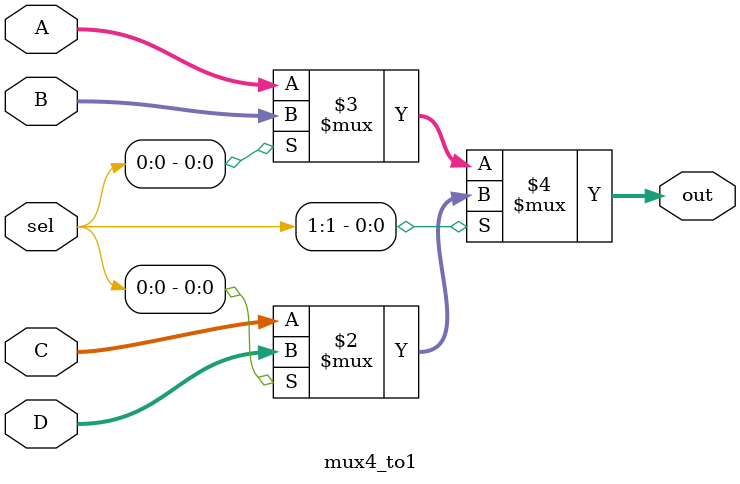
<source format=sv>
module mux4_to1(
    input [1:0] sel,
    input [15:0] A,
    input [15:0] B,
    input [15:0] C,
    input [15:0] D,
    output reg [15:0] out
);

    always_comb begin
        out = sel[1] ? (sel[0] ? D : C) : (sel[0] ? B : A);
    end

endmodule
</source>
